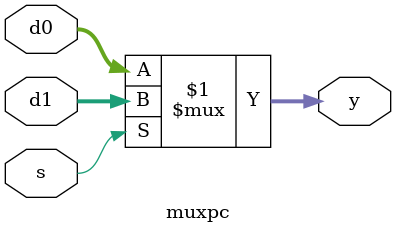
<source format=sv>
`timescale 1ns / 1ps

module muxpc(input logic[7:0] d0, d1,
input logic s,
output logic [7:0] y);
assign y = s ? d1 : d0;
endmodule
</source>
